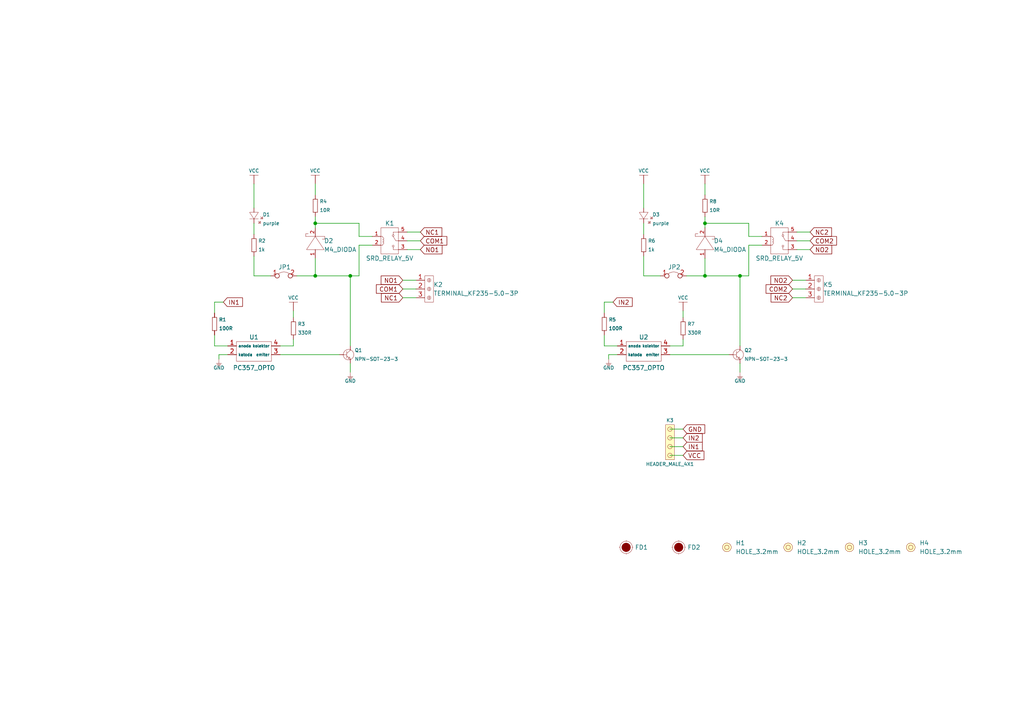
<source format=kicad_sch>
(kicad_sch (version 20210126) (generator eeschema)

  (paper "A4")

  (lib_symbols
    (symbol "e-radionica.com schematics:0402LED" (pin_numbers hide) (pin_names (offset 0.254) hide) (in_bom yes) (on_board yes)
      (property "Reference" "D" (id 0) (at -0.635 2.54 0)
        (effects (font (size 1 1)))
      )
      (property "Value" "0402LED" (id 1) (at 0 -2.54 0)
        (effects (font (size 1 1)))
      )
      (property "Footprint" "e-radionica.com footprinti:0402LED" (id 2) (at 0 5.08 0)
        (effects (font (size 1 1)) hide)
      )
      (property "Datasheet" "" (id 3) (at 0 0 0)
        (effects (font (size 1 1)) hide)
      )
      (property "Package" "0402" (id 4) (at 0 0 0)
        (effects (font (size 1.27 1.27)) hide)
      )
      (symbol "0402LED_0_1"
        (polyline
          (pts
            (xy -0.635 1.27)
            (xy -0.635 -1.27)
            (xy 1.27 0)
          )
          (stroke (width 0.0006)) (fill (type none))
        )
        (polyline
          (pts
            (xy -0.635 1.27)
            (xy 1.27 0)
          )
          (stroke (width 0.0006)) (fill (type none))
        )
        (polyline
          (pts
            (xy 1.27 1.27)
            (xy 1.27 -1.27)
          )
          (stroke (width 0.0006)) (fill (type none))
        )
        (polyline
          (pts
            (xy 0.635 1.905)
            (xy 1.27 2.54)
          )
          (stroke (width 0.0006)) (fill (type none))
        )
        (polyline
          (pts
            (xy 1.905 1.27)
            (xy 2.54 1.905)
          )
          (stroke (width 0.0006)) (fill (type none))
        )
        (polyline
          (pts
            (xy 2.54 1.905)
            (xy 1.905 1.905)
            (xy 2.54 1.27)
            (xy 2.54 1.905)
          )
          (stroke (width 0.0006)) (fill (type none))
        )
        (polyline
          (pts
            (xy 1.27 2.54)
            (xy 0.635 2.54)
            (xy 1.27 1.905)
            (xy 1.27 2.54)
          )
          (stroke (width 0.0006)) (fill (type none))
        )
      )
      (symbol "0402LED_1_1"
        (pin passive line (at -1.905 0 0) (length 1.27)
          (name "A" (effects (font (size 1.27 1.27))))
          (number "1" (effects (font (size 1.27 1.27))))
        )
        (pin passive line (at 2.54 0 180) (length 1.27)
          (name "K" (effects (font (size 1.27 1.27))))
          (number "2" (effects (font (size 1.27 1.27))))
        )
      )
    )
    (symbol "e-radionica.com schematics:0402R" (pin_numbers hide) (pin_names (offset 0.254)) (in_bom yes) (on_board yes)
      (property "Reference" "R" (id 0) (at -1.905 1.27 0)
        (effects (font (size 1 1)))
      )
      (property "Value" "0402R" (id 1) (at 0 -1.27 0)
        (effects (font (size 1 1)))
      )
      (property "Footprint" "e-radionica.com footprinti:0402R" (id 2) (at -2.54 1.905 0)
        (effects (font (size 1 1)) hide)
      )
      (property "Datasheet" "" (id 3) (at -2.54 1.905 0)
        (effects (font (size 1 1)) hide)
      )
      (symbol "0402R_0_1"
        (rectangle (start -1.905 0.635) (end -1.8796 -0.635)
          (stroke (width 0.1)) (fill (type none))
        )
        (rectangle (start -1.905 0.635) (end 1.905 0.6096)
          (stroke (width 0.1)) (fill (type none))
        )
        (rectangle (start -1.905 -0.635) (end 1.905 -0.6604)
          (stroke (width 0.1)) (fill (type none))
        )
        (rectangle (start 1.905 0.635) (end 1.9304 -0.635)
          (stroke (width 0.1)) (fill (type none))
        )
      )
      (symbol "0402R_1_1"
        (pin passive line (at -3.175 0 0) (length 1.27)
          (name "~" (effects (font (size 1.27 1.27))))
          (number "1" (effects (font (size 1.27 1.27))))
        )
        (pin passive line (at 3.175 0 180) (length 1.27)
          (name "~" (effects (font (size 1.27 1.27))))
          (number "2" (effects (font (size 1.27 1.27))))
        )
      )
    )
    (symbol "e-radionica.com schematics:0603R" (pin_numbers hide) (pin_names (offset 0.254)) (in_bom yes) (on_board yes)
      (property "Reference" "R" (id 0) (at -1.905 1.905 0)
        (effects (font (size 1 1)))
      )
      (property "Value" "0603R" (id 1) (at 0 -1.905 0)
        (effects (font (size 1 1)))
      )
      (property "Footprint" "e-radionica.com footprinti:0603R" (id 2) (at -0.635 1.905 0)
        (effects (font (size 1 1)) hide)
      )
      (property "Datasheet" "" (id 3) (at -0.635 1.905 0)
        (effects (font (size 1 1)) hide)
      )
      (symbol "0603R_0_1"
        (rectangle (start -1.905 0.635) (end -1.8796 -0.635)
          (stroke (width 0.1)) (fill (type none))
        )
        (rectangle (start -1.905 0.635) (end 1.905 0.6096)
          (stroke (width 0.1)) (fill (type none))
        )
        (rectangle (start -1.905 -0.635) (end 1.905 -0.6604)
          (stroke (width 0.1)) (fill (type none))
        )
        (rectangle (start 1.905 0.635) (end 1.9304 -0.635)
          (stroke (width 0.1)) (fill (type none))
        )
      )
      (symbol "0603R_1_1"
        (pin passive line (at -3.175 0 0) (length 1.27)
          (name "~" (effects (font (size 1.27 1.27))))
          (number "1" (effects (font (size 1.27 1.27))))
        )
        (pin passive line (at 3.175 0 180) (length 1.27)
          (name "~" (effects (font (size 1.27 1.27))))
          (number "2" (effects (font (size 1.27 1.27))))
        )
      )
    )
    (symbol "e-radionica.com schematics:Fiducial_Stencil" (pin_numbers hide) (pin_names hide) (in_bom yes) (on_board yes)
      (property "Reference" "FD?" (id 0) (at 0 3.048 0)
        (effects (font (size 1.27 1.27)))
      )
      (property "Value" "Fiducial_Stencil" (id 1) (at 0 -2.794 0)
        (effects (font (size 1.27 1.27)) hide)
      )
      (property "Footprint" "e-radionica.com footprinti:FIDUCIAL_1MM_PASTE" (id 2) (at 0 -6.35 0)
        (effects (font (size 1.27 1.27)) hide)
      )
      (property "Datasheet" "" (id 3) (at 0 0 0)
        (effects (font (size 1.27 1.27)) hide)
      )
      (symbol "Fiducial_Stencil_0_1"
        (circle (center 0 0) (radius 1.7961) (stroke (width 0.0006)) (fill (type none)))
        (circle (center 0 0) (radius 1.27) (stroke (width 0.001)) (fill (type outline)))
        (polyline
          (pts
            (xy 1.778 0)
            (xy 2.032 0)
          )
          (stroke (width 0.0006)) (fill (type none))
        )
        (polyline
          (pts
            (xy 0 1.778)
            (xy 0 2.032)
          )
          (stroke (width 0.0006)) (fill (type none))
        )
        (polyline
          (pts
            (xy -1.778 0)
            (xy -2.032 0)
          )
          (stroke (width 0.0006)) (fill (type none))
        )
        (polyline
          (pts
            (xy 0 -1.778)
            (xy 0 -2.032)
          )
          (stroke (width 0.0006)) (fill (type none))
        )
      )
    )
    (symbol "e-radionica.com schematics:GND" (power) (pin_names (offset 0)) (in_bom yes) (on_board yes)
      (property "Reference" "#PWR" (id 0) (at 4.445 0 0)
        (effects (font (size 1 1)) hide)
      )
      (property "Value" "GND" (id 1) (at 0 -2.921 0)
        (effects (font (size 1 1)))
      )
      (property "Footprint" "" (id 2) (at 4.445 3.81 0)
        (effects (font (size 1 1)) hide)
      )
      (property "Datasheet" "" (id 3) (at 4.445 3.81 0)
        (effects (font (size 1 1)) hide)
      )
      (property "ki_keywords" "power-flag" (id 4) (at 0 0 0)
        (effects (font (size 1.27 1.27)) hide)
      )
      (property "ki_description" "Power symbol creates a global label with name \"+3V3\"" (id 5) (at 0 0 0)
        (effects (font (size 1.27 1.27)) hide)
      )
      (symbol "GND_0_1"
        (polyline
          (pts
            (xy 0 0)
            (xy 0 -1.27)
          )
          (stroke (width 0.0006)) (fill (type none))
        )
        (polyline
          (pts
            (xy -0.762 -1.27)
            (xy 0.762 -1.27)
          )
          (stroke (width 0.0006)) (fill (type none))
        )
        (polyline
          (pts
            (xy -0.381 -1.778)
            (xy 0.381 -1.778)
          )
          (stroke (width 0.0006)) (fill (type none))
        )
        (polyline
          (pts
            (xy -0.127 -2.032)
            (xy 0.127 -2.032)
          )
          (stroke (width 0.0006)) (fill (type none))
        )
        (polyline
          (pts
            (xy -0.635 -1.524)
            (xy 0.635 -1.524)
          )
          (stroke (width 0.0006)) (fill (type none))
        )
      )
      (symbol "GND_1_1"
        (pin power_in line (at 0 0 270) (length 0) hide
          (name "GND" (effects (font (size 1.27 1.27))))
          (number "1" (effects (font (size 1.27 1.27))))
        )
      )
    )
    (symbol "e-radionica.com schematics:HEADER_MALE_4X1" (pin_numbers hide) (pin_names hide) (in_bom yes) (on_board yes)
      (property "Reference" "K" (id 0) (at -0.635 7.62 0)
        (effects (font (size 1 1)))
      )
      (property "Value" "HEADER_MALE_4X1" (id 1) (at 0 -5.08 0)
        (effects (font (size 1 1)))
      )
      (property "Footprint" "e-radionica.com footprinti:HEADER_MALE_4X1" (id 2) (at 0 -2.54 0)
        (effects (font (size 1 1)) hide)
      )
      (property "Datasheet" "" (id 3) (at 0 -2.54 0)
        (effects (font (size 1 1)) hide)
      )
      (symbol "HEADER_MALE_4X1_0_1"
        (circle (center 0 -2.54) (radius 0.635) (stroke (width 0.0006)) (fill (type none)))
        (circle (center 0 0) (radius 0.635) (stroke (width 0.0006)) (fill (type none)))
        (circle (center 0 2.54) (radius 0.635) (stroke (width 0.0006)) (fill (type none)))
        (circle (center 0 5.08) (radius 0.635) (stroke (width 0.0006)) (fill (type none)))
        (rectangle (start 1.27 -3.81) (end -1.27 6.35)
          (stroke (width 0.001)) (fill (type background))
        )
      )
      (symbol "HEADER_MALE_4X1_1_1"
        (pin passive line (at 0 -2.54 180) (length 0)
          (name "~" (effects (font (size 1 1))))
          (number "1" (effects (font (size 1 1))))
        )
        (pin passive line (at 0 0 180) (length 0)
          (name "~" (effects (font (size 1 1))))
          (number "2" (effects (font (size 1 1))))
        )
        (pin passive line (at 0 2.54 180) (length 0)
          (name "~" (effects (font (size 1 1))))
          (number "3" (effects (font (size 1 1))))
        )
        (pin passive line (at 0 5.08 180) (length 0)
          (name "~" (effects (font (size 1 1))))
          (number "4" (effects (font (size 1 1))))
        )
      )
    )
    (symbol "e-radionica.com schematics:HOLE_3.2mm" (pin_numbers hide) (pin_names hide) (in_bom yes) (on_board yes)
      (property "Reference" "H" (id 0) (at 0 2.54 0)
        (effects (font (size 1.27 1.27)))
      )
      (property "Value" "HOLE_3.2mm" (id 1) (at 0 -2.54 0)
        (effects (font (size 1.27 1.27)))
      )
      (property "Footprint" "e-radionica.com footprinti:HOLE_3.2mm" (id 2) (at 0 0 0)
        (effects (font (size 1.27 1.27)) hide)
      )
      (property "Datasheet" "" (id 3) (at 0 0 0)
        (effects (font (size 1.27 1.27)) hide)
      )
      (symbol "HOLE_3.2mm_0_1"
        (circle (center 0 0) (radius 1.27) (stroke (width 0.001)) (fill (type background)))
        (circle (center 0 0) (radius 0.635) (stroke (width 0.0006)) (fill (type none)))
      )
    )
    (symbol "e-radionica.com schematics:M4_DIODA" (pin_names hide) (in_bom yes) (on_board yes)
      (property "Reference" "D" (id 0) (at 0 3.81 0)
        (effects (font (size 1.27 1.27)))
      )
      (property "Value" "M4_DIODA" (id 1) (at 0 -4.572 0)
        (effects (font (size 1.27 1.27)))
      )
      (property "Footprint" "e-radionica.com footprinti:M4_DIODA" (id 2) (at 0 -6.35 0)
        (effects (font (size 1.27 1.27)) hide)
      )
      (property "Datasheet" "" (id 3) (at 0 0 0)
        (effects (font (size 1.27 1.27)) hide)
      )
      (symbol "M4_DIODA_0_1"
        (polyline
          (pts
            (xy -2.54 2.54)
            (xy -2.54 -2.54)
            (xy 1.27 0)
            (xy -2.54 2.54)
          )
          (stroke (width 0.0006)) (fill (type none))
        )
        (polyline
          (pts
            (xy 1.27 2.794)
            (xy 1.27 -2.794)
            (xy 0.508 -2.794)
            (xy 0.508 -2.032)
          )
          (stroke (width 0.0006)) (fill (type none))
        )
        (polyline
          (pts
            (xy 1.27 2.794)
            (xy 2.032 2.794)
            (xy 2.032 2.032)
            (xy 2.032 2.54)
          )
          (stroke (width 0.0006)) (fill (type none))
        )
      )
      (symbol "M4_DIODA_1_1"
        (pin passive line (at -5.08 0 0) (length 2.54)
          (name "A" (effects (font (size 1 1))))
          (number "1" (effects (font (size 1 1))))
        )
        (pin passive line (at 3.81 0 180) (length 2.54)
          (name "K" (effects (font (size 1 1))))
          (number "2" (effects (font (size 1 1))))
        )
      )
    )
    (symbol "e-radionica.com schematics:NPN-SOT-23-3" (pin_numbers hide) (pin_names hide) (in_bom yes) (on_board yes)
      (property "Reference" "Q" (id 0) (at -2.286 2.921 0)
        (effects (font (size 1 1)))
      )
      (property "Value" "NPN-SOT-23-3" (id 1) (at 0 -3.81 0)
        (effects (font (size 1 1)))
      )
      (property "Footprint" "e-radionica.com footprinti:SOT-23-3" (id 2) (at 0 0 0)
        (effects (font (size 1 1)) hide)
      )
      (property "Datasheet" "" (id 3) (at 0 0 0)
        (effects (font (size 1 1)) hide)
      )
      (symbol "NPN-SOT-23-3_0_1"
        (circle (center -0.508 0) (radius 1.524) (stroke (width 0.0006)) (fill (type none)))
        (polyline
          (pts
            (xy -1.016 1.016)
            (xy -1.016 -1.016)
          )
          (stroke (width 0.0006)) (fill (type none))
        )
        (polyline
          (pts
            (xy -1.016 0.381)
            (xy 0 1.27)
          )
          (stroke (width 0.0006)) (fill (type none))
        )
        (polyline
          (pts
            (xy -1.016 -0.381)
            (xy -0.4064 -0.9144)
          )
          (stroke (width 0.1)) (fill (type none))
        )
        (polyline
          (pts
            (xy -2.032 0)
            (xy -1.016 0)
          )
          (stroke (width 0.0006)) (fill (type none))
        )
        (polyline
          (pts
            (xy -0.6096 -1.1684)
            (xy -0.2032 -0.6604)
            (xy 0 -1.27)
            (xy -0.6096 -1.1684)
          )
          (stroke (width 0.0006)) (fill (type none))
        )
      )
      (symbol "NPN-SOT-23-3_1_1"
        (pin passive line (at -3.175 0 0) (length 1.27)
          (name "B" (effects (font (size 1 1))))
          (number "1" (effects (font (size 1 1))))
        )
        (pin passive line (at 0 -2.54 90) (length 1.27)
          (name "E" (effects (font (size 1 1))))
          (number "2" (effects (font (size 1 1))))
        )
        (pin passive line (at 0 2.54 270) (length 1.27)
          (name "C" (effects (font (size 1 1))))
          (number "3" (effects (font (size 1 1))))
        )
      )
    )
    (symbol "e-radionica.com schematics:PC357_OPTO" (in_bom yes) (on_board yes)
      (property "Reference" "U" (id 0) (at 0 5.08 0)
        (effects (font (size 1.27 1.27)))
      )
      (property "Value" "PC357_OPTO" (id 1) (at 0 -5.08 0)
        (effects (font (size 1.27 1.27)))
      )
      (property "Footprint" "e-radionica.com footprinti:PC357_OPTO" (id 2) (at 0 0 0)
        (effects (font (size 1.27 1.27)) hide)
      )
      (property "Datasheet" "" (id 3) (at 0 0 0)
        (effects (font (size 1.27 1.27)) hide)
      )
      (symbol "PC357_OPTO_0_1"
        (rectangle (start -5.08 2.54) (end 5.08 -3.175)
          (stroke (width 0.0006)) (fill (type none))
        )
      )
      (symbol "PC357_OPTO_1_1"
        (pin passive line (at -7.62 1.27 0) (length 2.54)
          (name "anoda" (effects (font (size 0.8 0.8))))
          (number "1" (effects (font (size 1.27 1.27))))
        )
        (pin passive line (at -7.62 -1.27 0) (length 2.54)
          (name "katoda" (effects (font (size 0.8 0.8))))
          (number "2" (effects (font (size 1.27 1.27))))
        )
        (pin passive line (at 7.62 1.27 180) (length 2.54)
          (name "kolektor" (effects (font (size 0.8 0.8))))
          (number "4" (effects (font (size 1.27 1.27))))
        )
        (pin passive line (at 7.62 -1.27 180) (length 2.54)
          (name "emiter" (effects (font (size 0.8 0.8))))
          (number "3" (effects (font (size 1.27 1.27))))
        )
      )
    )
    (symbol "e-radionica.com schematics:SMD-JUMPER-CONNECTED_TRACE_NOSLODERMASK" (in_bom yes) (on_board yes)
      (property "Reference" "JP" (id 0) (at 0 3.556 0)
        (effects (font (size 1.27 1.27)))
      )
      (property "Value" "SMD-JUMPER-CONNECTED_TRACE_NOSLODERMASK" (id 1) (at 0 -2.54 0)
        (effects (font (size 1.27 1.27)))
      )
      (property "Footprint" "e-radionica.com footprinti:SMD-JUMPER-CONNECTED_TRACE_NOSLODERMASK" (id 2) (at 0 0 0)
        (effects (font (size 1.27 1.27)) hide)
      )
      (property "Datasheet" "" (id 3) (at 0 0 0)
        (effects (font (size 1.27 1.27)) hide)
      )
      (symbol "SMD-JUMPER-CONNECTED_TRACE_NOSLODERMASK_0_1"
        (arc (start -1.8034 0.5588) (end 1.397 0.5842) (radius (at -0.1875 -1.4124) (length 2.5489) (angles 129.3 51.6))
          (stroke (width 0.0006)) (fill (type none))
        )
      )
      (symbol "SMD-JUMPER-CONNECTED_TRACE_NOSLODERMASK_1_1"
        (pin passive inverted (at -4.064 0 0) (length 2.54)
          (name "" (effects (font (size 1.27 1.27))))
          (number "1" (effects (font (size 1.27 1.27))))
        )
        (pin passive inverted (at 3.556 0 180) (length 2.54)
          (name "" (effects (font (size 1.27 1.27))))
          (number "2" (effects (font (size 1.27 1.27))))
        )
      )
    )
    (symbol "e-radionica.com schematics:SRD_RELAY_5V" (in_bom yes) (on_board yes)
      (property "Reference" "K" (id 0) (at 0 3.81 0)
        (effects (font (size 1.27 1.27)))
      )
      (property "Value" "SRD_RELAY_5V" (id 1) (at 0 -6.35 0)
        (effects (font (size 1.27 1.27)))
      )
      (property "Footprint" "e-radionica.com footprinti:SRD_RELAY_5V" (id 2) (at 1.27 -8.89 0)
        (effects (font (size 1.27 1.27)) hide)
      )
      (property "Datasheet" "" (id 3) (at 0 0 0)
        (effects (font (size 1.27 1.27)) hide)
      )
      (symbol "SRD_RELAY_5V_0_1"
        (arc (start -1.9929 0.3175) (end -1.9929 0.9525) (radius (at -2.032 0.635) (length 0.3199) (angles -83 83))
          (stroke (width 0.0006)) (fill (type none))
        )
        (arc (start -1.9929 -0.3175) (end -1.9929 0.3175) (radius (at -2.032 0) (length 0.3199) (angles -83 83))
          (stroke (width 0.0006)) (fill (type none))
        )
        (arc (start -1.9929 -0.9525) (end -1.9929 -0.3175) (radius (at -2.032 -0.635) (length 0.3199) (angles -83 83))
          (stroke (width 0.0006)) (fill (type none))
        )
        (circle (center 1.016 -1.524) (radius 0.254) (stroke (width 0.0008)) (fill (type none)))
        (circle (center 1.016 1.524) (radius 0.254) (stroke (width 0.0006)) (fill (type none)))
        (rectangle (start 2.54 3.81) (end -2.54 -3.81)
          (stroke (width 0.0006)) (fill (type none))
        )
        (polyline
          (pts
            (xy 2.54 -2.54)
            (xy 2.032 -2.54)
            (xy 1.016 -2.54)
            (xy 1.016 -1.778)
          )
          (stroke (width 0.0006)) (fill (type none))
        )
        (polyline
          (pts
            (xy 2.54 2.54)
            (xy 1.016 2.54)
            (xy 1.016 1.778)
          )
          (stroke (width 0.0006)) (fill (type none))
        )
        (polyline
          (pts
            (xy 2.54 0)
            (xy 1.778 0)
            (xy 1.016 1.27)
          )
          (stroke (width 0.0006)) (fill (type none))
        )
        (polyline
          (pts
            (xy -2.54 1.27)
            (xy -2.032 1.27)
            (xy -2.032 1.016)
          )
          (stroke (width 0.0006)) (fill (type none))
        )
        (polyline
          (pts
            (xy -2.54 -1.27)
            (xy -2.032 -1.27)
            (xy -2.032 -1.016)
          )
          (stroke (width 0.0006)) (fill (type none))
        )
      )
      (symbol "SRD_RELAY_5V_1_1"
        (pin passive line (at -5.08 1.27 0) (length 2.54)
          (name "" (effects (font (size 1 1))))
          (number "1" (effects (font (size 1 1))))
        )
        (pin passive line (at -5.08 -1.27 0) (length 2.54)
          (name "" (effects (font (size 1 1))))
          (number "2" (effects (font (size 1 1))))
        )
        (pin passive line (at 5.08 0 180) (length 2.54)
          (name "" (effects (font (size 1 1))))
          (number "4" (effects (font (size 1 1))))
        )
        (pin passive line (at 5.08 2.54 180) (length 2.54)
          (name "" (effects (font (size 1 1))))
          (number "5" (effects (font (size 1 1))))
        )
        (pin passive line (at 5.08 -2.54 180) (length 2.54)
          (name "" (effects (font (size 1 1))))
          (number "3" (effects (font (size 1 1))))
        )
      )
    )
    (symbol "e-radionica.com schematics:TERMINAL_KF235-5.0-3P" (in_bom yes) (on_board yes)
      (property "Reference" "K" (id 0) (at 0 5.08 0)
        (effects (font (size 1.27 1.27)))
      )
      (property "Value" "TERMINAL_KF235-5.0-3P" (id 1) (at 0 -5.08 0)
        (effects (font (size 1.27 1.27)))
      )
      (property "Footprint" "e-radionica.com footprinti:TERMINAL_KF235-5.0-3P" (id 2) (at 0 -7.62 0)
        (effects (font (size 1.27 1.27)) hide)
      )
      (property "Datasheet" "" (id 3) (at 0 0 0)
        (effects (font (size 1.27 1.27)) hide)
      )
      (symbol "TERMINAL_KF235-5.0-3P_0_1"
        (circle (center 0 2.54) (radius 0.508) (stroke (width 0.0006)) (fill (type none)))
        (circle (center 0 0) (radius 0.508) (stroke (width 0.0006)) (fill (type none)))
        (circle (center 0 -2.54) (radius 0.508) (stroke (width 0.0006)) (fill (type none)))
        (rectangle (start -1.27 3.81) (end 1.27 -3.81)
          (stroke (width 0.0006)) (fill (type none))
        )
        (polyline
          (pts
            (xy 0 0.508)
            (xy 0 -0.508)
          )
          (stroke (width 0.0006)) (fill (type none))
        )
        (polyline
          (pts
            (xy -0.254 0)
            (xy 0.254 0)
          )
          (stroke (width 0.0006)) (fill (type none))
        )
        (polyline
          (pts
            (xy 0 3.048)
            (xy 0 2.032)
          )
          (stroke (width 0.0006)) (fill (type none))
        )
        (polyline
          (pts
            (xy -0.254 2.54)
            (xy 0.254 2.54)
          )
          (stroke (width 0.0006)) (fill (type none))
        )
        (polyline
          (pts
            (xy 0 -2.032)
            (xy 0 -3.048)
          )
          (stroke (width 0.0006)) (fill (type none))
        )
        (polyline
          (pts
            (xy -0.254 -2.54)
            (xy 0.254 -2.54)
          )
          (stroke (width 0.0006)) (fill (type none))
        )
      )
      (symbol "TERMINAL_KF235-5.0-3P_1_1"
        (pin input line (at -3.81 2.54 0) (length 2.54)
          (name "~" (effects (font (size 1.27 1.27))))
          (number "1" (effects (font (size 1.27 1.27))))
        )
        (pin input line (at -3.81 0 0) (length 2.54)
          (name "~" (effects (font (size 1.27 1.27))))
          (number "2" (effects (font (size 1.27 1.27))))
        )
        (pin input line (at -3.81 -2.54 0) (length 2.54)
          (name "~" (effects (font (size 1.27 1.27))))
          (number "3" (effects (font (size 1.27 1.27))))
        )
      )
    )
    (symbol "e-radionica.com schematics:VCC" (power) (pin_names (offset 0)) (in_bom yes) (on_board yes)
      (property "Reference" "#PWR" (id 0) (at 4.445 0 0)
        (effects (font (size 1 1)) hide)
      )
      (property "Value" "VCC" (id 1) (at 0 3.556 0)
        (effects (font (size 1 1)))
      )
      (property "Footprint" "" (id 2) (at 4.445 3.81 0)
        (effects (font (size 1 1)) hide)
      )
      (property "Datasheet" "" (id 3) (at 4.445 3.81 0)
        (effects (font (size 1 1)) hide)
      )
      (property "ki_keywords" "power-flag" (id 4) (at 0 0 0)
        (effects (font (size 1.27 1.27)) hide)
      )
      (property "ki_description" "Power symbol creates a global label with name \"+3V3\"" (id 5) (at 0 0 0)
        (effects (font (size 1.27 1.27)) hide)
      )
      (symbol "VCC_0_1"
        (polyline
          (pts
            (xy 0 0)
            (xy 0 2.54)
          )
          (stroke (width 0)) (fill (type none))
        )
        (polyline
          (pts
            (xy -1.27 2.54)
            (xy 1.27 2.54)
          )
          (stroke (width 0.0006)) (fill (type none))
        )
      )
      (symbol "VCC_1_1"
        (pin power_in line (at 0 0 90) (length 0) hide
          (name "VCC" (effects (font (size 1.27 1.27))))
          (number "1" (effects (font (size 1.27 1.27))))
        )
      )
    )
  )

  (junction (at 91.44 64.77) (diameter 0.9144) (color 0 0 0 0))
  (junction (at 91.44 80.01) (diameter 0.9144) (color 0 0 0 0))
  (junction (at 101.6 80.01) (diameter 0.9144) (color 0 0 0 0))
  (junction (at 204.47 64.77) (diameter 0.9144) (color 0 0 0 0))
  (junction (at 204.47 80.01) (diameter 0.9144) (color 0 0 0 0))
  (junction (at 214.63 80.01) (diameter 0.9144) (color 0 0 0 0))

  (wire (pts (xy 62.23 87.63) (xy 64.77 87.63))
    (stroke (width 0) (type solid) (color 0 0 0 0))
    (uuid 0f66403e-1d6b-4bc5-ad6b-a71917989f23)
  )
  (wire (pts (xy 62.23 90.805) (xy 62.23 87.63))
    (stroke (width 0) (type solid) (color 0 0 0 0))
    (uuid d362de45-19d2-4871-bda4-7f3542f9fce4)
  )
  (wire (pts (xy 62.23 100.33) (xy 62.23 97.155))
    (stroke (width 0) (type solid) (color 0 0 0 0))
    (uuid 3b962d67-ac79-4f68-8af2-c667408dfc8e)
  )
  (wire (pts (xy 63.5 102.87) (xy 63.5 104.14))
    (stroke (width 0) (type solid) (color 0 0 0 0))
    (uuid e397e143-88bc-4b7d-9487-d8d22fd7b8ed)
  )
  (wire (pts (xy 66.04 100.33) (xy 62.23 100.33))
    (stroke (width 0) (type solid) (color 0 0 0 0))
    (uuid c6c16927-bf5d-4379-b800-47cadbb04a23)
  )
  (wire (pts (xy 66.04 102.87) (xy 63.5 102.87))
    (stroke (width 0) (type solid) (color 0 0 0 0))
    (uuid df74ae7f-dd9d-4f34-a5fa-5b8059e70e3b)
  )
  (wire (pts (xy 73.66 53.34) (xy 73.66 60.325))
    (stroke (width 0) (type solid) (color 0 0 0 0))
    (uuid 8d68f32f-295e-46dc-814d-8add70d83751)
  )
  (wire (pts (xy 73.66 64.77) (xy 73.66 67.945))
    (stroke (width 0) (type solid) (color 0 0 0 0))
    (uuid 71736f0a-5a19-4c7c-8b05-9fa1461cf427)
  )
  (wire (pts (xy 73.66 74.295) (xy 73.66 80.01))
    (stroke (width 0) (type solid) (color 0 0 0 0))
    (uuid 37211ef6-a7ab-408b-b61f-aa0138c6c845)
  )
  (wire (pts (xy 73.66 80.01) (xy 78.486 80.01))
    (stroke (width 0) (type solid) (color 0 0 0 0))
    (uuid 1fffdbd6-ae32-4ec9-8539-6bf31ef22e29)
  )
  (wire (pts (xy 81.28 100.33) (xy 85.09 100.33))
    (stroke (width 0) (type solid) (color 0 0 0 0))
    (uuid f5c3b314-67ba-4060-b036-01d8b3f3c5ec)
  )
  (wire (pts (xy 81.28 102.87) (xy 98.425 102.87))
    (stroke (width 0) (type solid) (color 0 0 0 0))
    (uuid c4788c71-0bba-4f57-8477-a94852dacf85)
  )
  (wire (pts (xy 85.09 90.17) (xy 85.09 92.075))
    (stroke (width 0) (type solid) (color 0 0 0 0))
    (uuid ee72972c-27d0-4d2b-a043-606f45011a93)
  )
  (wire (pts (xy 85.09 98.425) (xy 85.09 100.33))
    (stroke (width 0) (type solid) (color 0 0 0 0))
    (uuid 0d5bc87a-19c5-45be-b4cc-99cbaa6e6693)
  )
  (wire (pts (xy 86.106 80.01) (xy 91.44 80.01))
    (stroke (width 0) (type solid) (color 0 0 0 0))
    (uuid cb4a3336-b3a5-4ccc-b370-1edc0fef8813)
  )
  (wire (pts (xy 91.44 53.34) (xy 91.44 56.515))
    (stroke (width 0) (type solid) (color 0 0 0 0))
    (uuid e75582c3-23aa-41ee-92e9-c6bdc443d244)
  )
  (wire (pts (xy 91.44 62.865) (xy 91.44 64.77))
    (stroke (width 0) (type solid) (color 0 0 0 0))
    (uuid c726ede0-cf45-4e2f-8306-2b534ab4cca4)
  )
  (wire (pts (xy 91.44 64.77) (xy 91.44 66.04))
    (stroke (width 0) (type solid) (color 0 0 0 0))
    (uuid 4d71458b-543d-479f-b33c-c0253b1f738d)
  )
  (wire (pts (xy 91.44 64.77) (xy 104.14 64.77))
    (stroke (width 0) (type solid) (color 0 0 0 0))
    (uuid c0ac92e5-9daa-485a-a5f1-da57bb4c3bee)
  )
  (wire (pts (xy 91.44 80.01) (xy 91.44 74.93))
    (stroke (width 0) (type solid) (color 0 0 0 0))
    (uuid dbfa3fa4-c08d-43cc-a646-b44a7843478f)
  )
  (wire (pts (xy 91.44 80.01) (xy 101.6 80.01))
    (stroke (width 0) (type solid) (color 0 0 0 0))
    (uuid 83955e43-4cd4-44ce-8025-310dd3b06ba2)
  )
  (wire (pts (xy 101.6 80.01) (xy 101.6 100.33))
    (stroke (width 0) (type solid) (color 0 0 0 0))
    (uuid e0bc567f-8a21-41d2-aae5-32c94ad18d27)
  )
  (wire (pts (xy 101.6 80.01) (xy 104.14 80.01))
    (stroke (width 0) (type solid) (color 0 0 0 0))
    (uuid 83955e43-4cd4-44ce-8025-310dd3b06ba2)
  )
  (wire (pts (xy 101.6 105.41) (xy 101.6 107.95))
    (stroke (width 0) (type solid) (color 0 0 0 0))
    (uuid 99501c4e-4300-4a63-9280-3d2e9b5f99cf)
  )
  (wire (pts (xy 104.14 68.58) (xy 104.14 64.77))
    (stroke (width 0) (type solid) (color 0 0 0 0))
    (uuid 8de0a7f4-68ab-4e94-b1df-2948818870ff)
  )
  (wire (pts (xy 104.14 71.12) (xy 104.14 80.01))
    (stroke (width 0) (type solid) (color 0 0 0 0))
    (uuid 959b2af1-a402-4ca0-b0b9-1d69b521fca3)
  )
  (wire (pts (xy 107.95 68.58) (xy 104.14 68.58))
    (stroke (width 0) (type solid) (color 0 0 0 0))
    (uuid af1aea0c-a975-4da7-88e2-0c43274184d8)
  )
  (wire (pts (xy 107.95 71.12) (xy 104.14 71.12))
    (stroke (width 0) (type solid) (color 0 0 0 0))
    (uuid ea6081b3-db25-4588-97c8-e25b225e3ea3)
  )
  (wire (pts (xy 116.84 81.28) (xy 120.65 81.28))
    (stroke (width 0) (type solid) (color 0 0 0 0))
    (uuid ef41b6f9-e10a-482f-9f23-e13aca56e1a6)
  )
  (wire (pts (xy 116.84 83.82) (xy 120.65 83.82))
    (stroke (width 0) (type solid) (color 0 0 0 0))
    (uuid 6e94dec9-c767-41a4-93a4-9b2b2c7b75fb)
  )
  (wire (pts (xy 116.84 86.36) (xy 120.65 86.36))
    (stroke (width 0) (type solid) (color 0 0 0 0))
    (uuid d244d106-aad0-48cb-b84f-a82fa426ad20)
  )
  (wire (pts (xy 118.11 67.31) (xy 121.92 67.31))
    (stroke (width 0) (type solid) (color 0 0 0 0))
    (uuid 1c9d3520-e5b3-4be4-9756-f1e27a479352)
  )
  (wire (pts (xy 118.11 69.85) (xy 121.92 69.85))
    (stroke (width 0) (type solid) (color 0 0 0 0))
    (uuid 4a3e0ce8-759b-430a-a3ab-e95da511c501)
  )
  (wire (pts (xy 118.11 72.39) (xy 121.92 72.39))
    (stroke (width 0) (type solid) (color 0 0 0 0))
    (uuid dbf001b6-92c0-4a2d-ab32-5b5757f40322)
  )
  (wire (pts (xy 175.26 87.63) (xy 177.8 87.63))
    (stroke (width 0) (type solid) (color 0 0 0 0))
    (uuid 81edd4b2-0252-4fd8-a964-b896b5563955)
  )
  (wire (pts (xy 175.26 90.805) (xy 175.26 87.63))
    (stroke (width 0) (type solid) (color 0 0 0 0))
    (uuid 8a758e63-3e6e-441f-ba13-06841744ebe0)
  )
  (wire (pts (xy 175.26 100.33) (xy 175.26 97.155))
    (stroke (width 0) (type solid) (color 0 0 0 0))
    (uuid 83c77734-9dfd-40ff-94da-0094adc2c73f)
  )
  (wire (pts (xy 176.53 102.87) (xy 176.53 104.14))
    (stroke (width 0) (type solid) (color 0 0 0 0))
    (uuid 65fe7c82-3089-448a-878d-1450bd1acb0c)
  )
  (wire (pts (xy 179.07 100.33) (xy 175.26 100.33))
    (stroke (width 0) (type solid) (color 0 0 0 0))
    (uuid 0edf5526-fcf8-45bc-9386-40534a8f1d34)
  )
  (wire (pts (xy 179.07 102.87) (xy 176.53 102.87))
    (stroke (width 0) (type solid) (color 0 0 0 0))
    (uuid dab8466c-74fa-44fc-b9de-12a90a95d2da)
  )
  (wire (pts (xy 186.69 53.34) (xy 186.69 60.325))
    (stroke (width 0) (type solid) (color 0 0 0 0))
    (uuid ef01a5f0-d353-4a2a-a331-0692739bd56f)
  )
  (wire (pts (xy 186.69 64.77) (xy 186.69 67.945))
    (stroke (width 0) (type solid) (color 0 0 0 0))
    (uuid 61fb73c3-b882-4a80-a400-8a6f8f60cf23)
  )
  (wire (pts (xy 186.69 74.295) (xy 186.69 80.01))
    (stroke (width 0) (type solid) (color 0 0 0 0))
    (uuid c5581985-62bf-4e78-8f84-46ad9b669749)
  )
  (wire (pts (xy 186.69 80.01) (xy 191.516 80.01))
    (stroke (width 0) (type solid) (color 0 0 0 0))
    (uuid e6b5b3ae-ec05-4b7f-97dc-cccd02ff56be)
  )
  (wire (pts (xy 194.31 100.33) (xy 198.12 100.33))
    (stroke (width 0) (type solid) (color 0 0 0 0))
    (uuid 6889d15e-e01e-4e1b-ab01-d460ea0f1b44)
  )
  (wire (pts (xy 194.31 102.87) (xy 211.455 102.87))
    (stroke (width 0) (type solid) (color 0 0 0 0))
    (uuid c68efa8e-f21e-4e30-9f40-eaa16639225c)
  )
  (wire (pts (xy 194.31 124.46) (xy 198.12 124.46))
    (stroke (width 0) (type solid) (color 0 0 0 0))
    (uuid d569b059-16c1-486a-9f13-d949348dfbb4)
  )
  (wire (pts (xy 194.31 127) (xy 198.12 127))
    (stroke (width 0) (type solid) (color 0 0 0 0))
    (uuid 8f4d9dea-3a9b-4839-a694-bf1ef3835533)
  )
  (wire (pts (xy 194.31 129.54) (xy 198.12 129.54))
    (stroke (width 0) (type solid) (color 0 0 0 0))
    (uuid 6966cafd-7bfe-49fd-91a3-7acc86eb6f72)
  )
  (wire (pts (xy 194.31 132.08) (xy 198.12 132.08))
    (stroke (width 0) (type solid) (color 0 0 0 0))
    (uuid 2520e388-7854-441d-a5c9-cc2fb916b661)
  )
  (wire (pts (xy 198.12 90.17) (xy 198.12 92.075))
    (stroke (width 0) (type solid) (color 0 0 0 0))
    (uuid 81705140-dc27-44fc-a995-7d1cc204ea35)
  )
  (wire (pts (xy 198.12 98.425) (xy 198.12 100.33))
    (stroke (width 0) (type solid) (color 0 0 0 0))
    (uuid b5685ea5-3a3b-46af-a99e-49ca63c9ea4b)
  )
  (wire (pts (xy 199.136 80.01) (xy 204.47 80.01))
    (stroke (width 0) (type solid) (color 0 0 0 0))
    (uuid f050b3e1-7bad-4d64-95e4-af471226d607)
  )
  (wire (pts (xy 204.47 53.34) (xy 204.47 56.515))
    (stroke (width 0) (type solid) (color 0 0 0 0))
    (uuid a53b022c-2501-40f4-9515-9b6f293236db)
  )
  (wire (pts (xy 204.47 62.865) (xy 204.47 64.77))
    (stroke (width 0) (type solid) (color 0 0 0 0))
    (uuid a8e4dec2-9223-43b9-b5ca-135ee95a67bd)
  )
  (wire (pts (xy 204.47 64.77) (xy 204.47 66.04))
    (stroke (width 0) (type solid) (color 0 0 0 0))
    (uuid a6c7f3a9-cac3-4eb1-9ca6-6780c44a61cc)
  )
  (wire (pts (xy 204.47 64.77) (xy 217.17 64.77))
    (stroke (width 0) (type solid) (color 0 0 0 0))
    (uuid bc891128-83b7-4052-adf5-ba1f1d38f290)
  )
  (wire (pts (xy 204.47 80.01) (xy 204.47 74.93))
    (stroke (width 0) (type solid) (color 0 0 0 0))
    (uuid 05a9534a-32c5-4dc9-b1b4-51f59d554efc)
  )
  (wire (pts (xy 204.47 80.01) (xy 214.63 80.01))
    (stroke (width 0) (type solid) (color 0 0 0 0))
    (uuid f4dbab0a-7bea-4dd2-8198-68f1289e9be5)
  )
  (wire (pts (xy 214.63 80.01) (xy 214.63 100.33))
    (stroke (width 0) (type solid) (color 0 0 0 0))
    (uuid 28bf0e5f-6512-4d61-ae43-f10c2958a069)
  )
  (wire (pts (xy 214.63 80.01) (xy 217.17 80.01))
    (stroke (width 0) (type solid) (color 0 0 0 0))
    (uuid 829ce2be-431b-4e31-9742-1750f65c0d81)
  )
  (wire (pts (xy 214.63 105.41) (xy 214.63 107.95))
    (stroke (width 0) (type solid) (color 0 0 0 0))
    (uuid fb4bb7bf-032c-49ff-833b-f802a704ead3)
  )
  (wire (pts (xy 217.17 68.58) (xy 217.17 64.77))
    (stroke (width 0) (type solid) (color 0 0 0 0))
    (uuid c918c459-fe80-4673-b606-3d48e26f3cb1)
  )
  (wire (pts (xy 217.17 71.12) (xy 217.17 80.01))
    (stroke (width 0) (type solid) (color 0 0 0 0))
    (uuid de2d736a-2b7e-4917-a14c-8cf557b112cf)
  )
  (wire (pts (xy 220.98 68.58) (xy 217.17 68.58))
    (stroke (width 0) (type solid) (color 0 0 0 0))
    (uuid 390e8798-a251-43fa-8ece-b5c60acbaa3d)
  )
  (wire (pts (xy 220.98 71.12) (xy 217.17 71.12))
    (stroke (width 0) (type solid) (color 0 0 0 0))
    (uuid 7b152723-4c7d-4244-beb0-1b065ee0f663)
  )
  (wire (pts (xy 229.87 81.28) (xy 233.68 81.28))
    (stroke (width 0) (type solid) (color 0 0 0 0))
    (uuid 16f140c7-b79f-4f3f-a8db-c43857a19f93)
  )
  (wire (pts (xy 229.87 83.82) (xy 233.68 83.82))
    (stroke (width 0) (type solid) (color 0 0 0 0))
    (uuid ba703055-f489-47a8-b1cf-97fdf8ef1cef)
  )
  (wire (pts (xy 229.87 86.36) (xy 233.68 86.36))
    (stroke (width 0) (type solid) (color 0 0 0 0))
    (uuid 55f2a5f0-99a5-4c4a-ab4d-81655d461e4e)
  )
  (wire (pts (xy 231.14 67.31) (xy 234.95 67.31))
    (stroke (width 0) (type solid) (color 0 0 0 0))
    (uuid c8a67fed-9ae2-4361-8fe8-33fe118f23b2)
  )
  (wire (pts (xy 231.14 69.85) (xy 234.95 69.85))
    (stroke (width 0) (type solid) (color 0 0 0 0))
    (uuid d18d06fb-f844-4a02-88d5-5eb1f0dc57ad)
  )
  (wire (pts (xy 231.14 72.39) (xy 234.95 72.39))
    (stroke (width 0) (type solid) (color 0 0 0 0))
    (uuid e7770917-9e0f-4c37-970f-8b0889c3fbd9)
  )

  (global_label "IN1" (shape input) (at 64.77 87.63 0)
    (effects (font (size 1.27 1.27)) (justify left))
    (uuid ae14e546-69e8-4a47-a709-bc216de77cc1)
    (property "Intersheet References" "${INTERSHEET_REFS}" (id 0) (at 71.8519 87.5506 0)
      (effects (font (size 1.27 1.27)) (justify left) hide)
    )
  )
  (global_label "NO1" (shape input) (at 116.84 81.28 180)
    (effects (font (size 1.27 1.27)) (justify right))
    (uuid 673af454-fd11-4b67-bca7-0e66bca5c09e)
    (property "Intersheet References" "${INTERSHEET_REFS}" (id 0) (at 109.0324 81.2006 0)
      (effects (font (size 1.27 1.27)) (justify right) hide)
    )
  )
  (global_label "COM1" (shape input) (at 116.84 83.82 180)
    (effects (font (size 1.27 1.27)) (justify right))
    (uuid 9e8ee59e-3c23-4f02-929c-71489e6f5b47)
    (property "Intersheet References" "${INTERSHEET_REFS}" (id 0) (at 107.6415 83.7406 0)
      (effects (font (size 1.27 1.27)) (justify right) hide)
    )
  )
  (global_label "NC1" (shape input) (at 116.84 86.36 180)
    (effects (font (size 1.27 1.27)) (justify right))
    (uuid edb5ea3b-eff4-4097-ae1e-0dfec7030eab)
    (property "Intersheet References" "${INTERSHEET_REFS}" (id 0) (at 109.0929 86.2806 0)
      (effects (font (size 1.27 1.27)) (justify right) hide)
    )
  )
  (global_label "NC1" (shape input) (at 121.92 67.31 0)
    (effects (font (size 1.27 1.27)) (justify left))
    (uuid cbb86b18-4d61-4cf0-ba35-e4a11c0fefd0)
    (property "Intersheet References" "${INTERSHEET_REFS}" (id 0) (at 129.6671 67.2306 0)
      (effects (font (size 1.27 1.27)) (justify left) hide)
    )
  )
  (global_label "COM1" (shape input) (at 121.92 69.85 0)
    (effects (font (size 1.27 1.27)) (justify left))
    (uuid c3156515-7e6e-490a-876a-7e92cb3bf3b5)
    (property "Intersheet References" "${INTERSHEET_REFS}" (id 0) (at 131.1185 69.7706 0)
      (effects (font (size 1.27 1.27)) (justify left) hide)
    )
  )
  (global_label "NO1" (shape input) (at 121.92 72.39 0)
    (effects (font (size 1.27 1.27)) (justify left))
    (uuid 21dd4c47-2af1-4891-bfbe-774a2111ba36)
    (property "Intersheet References" "${INTERSHEET_REFS}" (id 0) (at 129.7276 72.3106 0)
      (effects (font (size 1.27 1.27)) (justify left) hide)
    )
  )
  (global_label "IN2" (shape input) (at 177.8 87.63 0)
    (effects (font (size 1.27 1.27)) (justify left))
    (uuid 60271ba2-16ed-492b-99b4-df1b11cd734a)
    (property "Intersheet References" "${INTERSHEET_REFS}" (id 0) (at 184.8819 87.5506 0)
      (effects (font (size 1.27 1.27)) (justify left) hide)
    )
  )
  (global_label "GND" (shape input) (at 198.12 124.46 0)
    (effects (font (size 1.27 1.27)) (justify left))
    (uuid d138b489-948e-4f39-9c96-e0223fe9e85e)
    (property "Intersheet References" "${INTERSHEET_REFS}" (id 0) (at 205.9276 124.3806 0)
      (effects (font (size 1.27 1.27)) (justify left) hide)
    )
  )
  (global_label "IN2" (shape input) (at 198.12 127 0)
    (effects (font (size 1.27 1.27)) (justify left))
    (uuid 532e3a0b-d1d0-4cf2-9201-e530f60e46d0)
    (property "Intersheet References" "${INTERSHEET_REFS}" (id 0) (at 205.2019 126.9206 0)
      (effects (font (size 1.27 1.27)) (justify left) hide)
    )
  )
  (global_label "IN1" (shape input) (at 198.12 129.54 0)
    (effects (font (size 1.27 1.27)) (justify left))
    (uuid 35fd0a6b-e324-4e90-838e-24726a242f54)
    (property "Intersheet References" "${INTERSHEET_REFS}" (id 0) (at 205.2019 129.4606 0)
      (effects (font (size 1.27 1.27)) (justify left) hide)
    )
  )
  (global_label "VCC" (shape input) (at 198.12 132.08 0)
    (effects (font (size 1.27 1.27)) (justify left))
    (uuid f159bf14-3400-4421-ae1b-67e795b65fa4)
    (property "Intersheet References" "${INTERSHEET_REFS}" (id 0) (at 205.6857 132.0006 0)
      (effects (font (size 1.27 1.27)) (justify left) hide)
    )
  )
  (global_label "NO2" (shape input) (at 229.87 81.28 180)
    (effects (font (size 1.27 1.27)) (justify right))
    (uuid 066702b4-12cb-493e-be03-cd16e0402189)
    (property "Intersheet References" "${INTERSHEET_REFS}" (id 0) (at 222.0624 81.2006 0)
      (effects (font (size 1.27 1.27)) (justify right) hide)
    )
  )
  (global_label "COM2" (shape input) (at 229.87 83.82 180)
    (effects (font (size 1.27 1.27)) (justify right))
    (uuid 19e80734-849a-48ea-9ace-4bdfc3e46d15)
    (property "Intersheet References" "${INTERSHEET_REFS}" (id 0) (at 220.6715 83.7406 0)
      (effects (font (size 1.27 1.27)) (justify right) hide)
    )
  )
  (global_label "NC2" (shape input) (at 229.87 86.36 180)
    (effects (font (size 1.27 1.27)) (justify right))
    (uuid fa9ca521-8166-4275-8024-95abd1477e78)
    (property "Intersheet References" "${INTERSHEET_REFS}" (id 0) (at 222.1229 86.2806 0)
      (effects (font (size 1.27 1.27)) (justify right) hide)
    )
  )
  (global_label "NC2" (shape input) (at 234.95 67.31 0)
    (effects (font (size 1.27 1.27)) (justify left))
    (uuid 4c28ecd3-1d18-44fa-ab27-d980341dd13b)
    (property "Intersheet References" "${INTERSHEET_REFS}" (id 0) (at 242.6971 67.2306 0)
      (effects (font (size 1.27 1.27)) (justify left) hide)
    )
  )
  (global_label "COM2" (shape input) (at 234.95 69.85 0)
    (effects (font (size 1.27 1.27)) (justify left))
    (uuid 73db4b1e-6592-43b6-a19f-0a40a0eafe9f)
    (property "Intersheet References" "${INTERSHEET_REFS}" (id 0) (at 244.1485 69.7706 0)
      (effects (font (size 1.27 1.27)) (justify left) hide)
    )
  )
  (global_label "NO2" (shape input) (at 234.95 72.39 0)
    (effects (font (size 1.27 1.27)) (justify left))
    (uuid c6d273e8-6ad2-49ad-ad4e-b08e89f194b4)
    (property "Intersheet References" "${INTERSHEET_REFS}" (id 0) (at 242.7576 72.3106 0)
      (effects (font (size 1.27 1.27)) (justify left) hide)
    )
  )

  (symbol (lib_id "e-radionica.com schematics:GND") (at 63.5 104.14 0) (unit 1)
    (in_bom yes) (on_board yes)
    (uuid 40d68a4d-5080-4fd0-89b2-abb25d5b3995)
    (property "Reference" "#PWR0110" (id 0) (at 67.945 104.14 0)
      (effects (font (size 1 1)) hide)
    )
    (property "Value" "GND" (id 1) (at 63.5 106.68 0)
      (effects (font (size 1 1)))
    )
    (property "Footprint" "" (id 2) (at 67.945 100.33 0)
      (effects (font (size 1 1)) hide)
    )
    (property "Datasheet" "" (id 3) (at 67.945 100.33 0)
      (effects (font (size 1 1)) hide)
    )
    (pin "1" (uuid 2a6b0601-cc03-4ad2-b1c8-f6efd66fea6d))
  )

  (symbol (lib_id "e-radionica.com schematics:GND") (at 101.6 107.95 0) (unit 1)
    (in_bom yes) (on_board yes)
    (uuid e260f795-d87e-4235-b856-6e55b9c8c0e8)
    (property "Reference" "#PWR0109" (id 0) (at 106.045 107.95 0)
      (effects (font (size 1 1)) hide)
    )
    (property "Value" "GND" (id 1) (at 101.6 110.49 0)
      (effects (font (size 1 1)))
    )
    (property "Footprint" "" (id 2) (at 106.045 104.14 0)
      (effects (font (size 1 1)) hide)
    )
    (property "Datasheet" "" (id 3) (at 106.045 104.14 0)
      (effects (font (size 1 1)) hide)
    )
    (pin "1" (uuid 2a6b0601-cc03-4ad2-b1c8-f6efd66fea6d))
  )

  (symbol (lib_id "e-radionica.com schematics:GND") (at 176.53 104.14 0) (unit 1)
    (in_bom yes) (on_board yes)
    (uuid 05cf6e64-0bf8-4319-9a49-d6c05fc8fe0e)
    (property "Reference" "#PWR0104" (id 0) (at 180.975 104.14 0)
      (effects (font (size 1 1)) hide)
    )
    (property "Value" "GND" (id 1) (at 176.53 106.68 0)
      (effects (font (size 1 1)))
    )
    (property "Footprint" "" (id 2) (at 180.975 100.33 0)
      (effects (font (size 1 1)) hide)
    )
    (property "Datasheet" "" (id 3) (at 180.975 100.33 0)
      (effects (font (size 1 1)) hide)
    )
    (pin "1" (uuid 2a6b0601-cc03-4ad2-b1c8-f6efd66fea6d))
  )

  (symbol (lib_id "e-radionica.com schematics:GND") (at 214.63 107.95 0) (unit 1)
    (in_bom yes) (on_board yes)
    (uuid 52f686af-10fb-4213-b08d-149290a35752)
    (property "Reference" "#PWR0107" (id 0) (at 219.075 107.95 0)
      (effects (font (size 1 1)) hide)
    )
    (property "Value" "GND" (id 1) (at 214.63 110.49 0)
      (effects (font (size 1 1)))
    )
    (property "Footprint" "" (id 2) (at 219.075 104.14 0)
      (effects (font (size 1 1)) hide)
    )
    (property "Datasheet" "" (id 3) (at 219.075 104.14 0)
      (effects (font (size 1 1)) hide)
    )
    (pin "1" (uuid 2a6b0601-cc03-4ad2-b1c8-f6efd66fea6d))
  )

  (symbol (lib_id "e-radionica.com schematics:HOLE_3.2mm") (at 210.82 158.75 0) (unit 1)
    (in_bom yes) (on_board yes)
    (uuid ea31a98b-2182-47b7-83fe-843ac1d5d084)
    (property "Reference" "H1" (id 0) (at 213.36 157.48 0)
      (effects (font (size 1.27 1.27)) (justify left))
    )
    (property "Value" "HOLE_3.2mm" (id 1) (at 213.36 160.02 0)
      (effects (font (size 1.27 1.27)) (justify left))
    )
    (property "Footprint" "e-radionica.com footprinti:HOLE_3.2mm" (id 2) (at 210.82 158.75 0)
      (effects (font (size 1.27 1.27)) hide)
    )
    (property "Datasheet" "" (id 3) (at 210.82 158.75 0)
      (effects (font (size 1.27 1.27)) hide)
    )
  )

  (symbol (lib_id "e-radionica.com schematics:HOLE_3.2mm") (at 228.6 158.75 0) (unit 1)
    (in_bom yes) (on_board yes)
    (uuid 3f477e85-bcab-4f21-9256-d211604c9a9d)
    (property "Reference" "H2" (id 0) (at 231.14 157.48 0)
      (effects (font (size 1.27 1.27)) (justify left))
    )
    (property "Value" "HOLE_3.2mm" (id 1) (at 231.14 160.02 0)
      (effects (font (size 1.27 1.27)) (justify left))
    )
    (property "Footprint" "e-radionica.com footprinti:HOLE_3.2mm" (id 2) (at 228.6 158.75 0)
      (effects (font (size 1.27 1.27)) hide)
    )
    (property "Datasheet" "" (id 3) (at 228.6 158.75 0)
      (effects (font (size 1.27 1.27)) hide)
    )
  )

  (symbol (lib_id "e-radionica.com schematics:HOLE_3.2mm") (at 246.38 158.75 0) (unit 1)
    (in_bom yes) (on_board yes)
    (uuid 626fba17-76ca-4d6c-a216-0b473eb7f4a5)
    (property "Reference" "H3" (id 0) (at 248.92 157.48 0)
      (effects (font (size 1.27 1.27)) (justify left))
    )
    (property "Value" "HOLE_3.2mm" (id 1) (at 248.92 160.02 0)
      (effects (font (size 1.27 1.27)) (justify left))
    )
    (property "Footprint" "e-radionica.com footprinti:HOLE_3.2mm" (id 2) (at 246.38 158.75 0)
      (effects (font (size 1.27 1.27)) hide)
    )
    (property "Datasheet" "" (id 3) (at 246.38 158.75 0)
      (effects (font (size 1.27 1.27)) hide)
    )
  )

  (symbol (lib_id "e-radionica.com schematics:HOLE_3.2mm") (at 264.16 158.75 0) (unit 1)
    (in_bom yes) (on_board yes)
    (uuid 169b35e4-3f4c-4b6c-b9ca-ac7528f02691)
    (property "Reference" "H4" (id 0) (at 266.7 157.48 0)
      (effects (font (size 1.27 1.27)) (justify left))
    )
    (property "Value" "HOLE_3.2mm" (id 1) (at 266.7 160.02 0)
      (effects (font (size 1.27 1.27)) (justify left))
    )
    (property "Footprint" "e-radionica.com footprinti:HOLE_3.2mm" (id 2) (at 264.16 158.75 0)
      (effects (font (size 1.27 1.27)) hide)
    )
    (property "Datasheet" "" (id 3) (at 264.16 158.75 0)
      (effects (font (size 1.27 1.27)) hide)
    )
  )

  (symbol (lib_id "e-radionica.com schematics:VCC") (at 73.66 53.34 0) (unit 1)
    (in_bom yes) (on_board yes)
    (uuid 4f57c6c1-11e9-4b96-bdfe-31aa3181b2b7)
    (property "Reference" "#PWR0105" (id 0) (at 78.105 53.34 0)
      (effects (font (size 1 1)) hide)
    )
    (property "Value" "VCC" (id 1) (at 73.66 49.53 0)
      (effects (font (size 1 1)))
    )
    (property "Footprint" "" (id 2) (at 78.105 49.53 0)
      (effects (font (size 1 1)) hide)
    )
    (property "Datasheet" "" (id 3) (at 78.105 49.53 0)
      (effects (font (size 1 1)) hide)
    )
    (pin "1" (uuid e571e0e3-e056-442c-960f-7cf58a241f47))
  )

  (symbol (lib_id "e-radionica.com schematics:VCC") (at 85.09 90.17 0) (unit 1)
    (in_bom yes) (on_board yes)
    (uuid a0ccad55-4df8-4fa2-a504-6df711b748d6)
    (property "Reference" "#PWR0108" (id 0) (at 89.535 90.17 0)
      (effects (font (size 1 1)) hide)
    )
    (property "Value" "VCC" (id 1) (at 85.09 86.36 0)
      (effects (font (size 1 1)))
    )
    (property "Footprint" "" (id 2) (at 89.535 86.36 0)
      (effects (font (size 1 1)) hide)
    )
    (property "Datasheet" "" (id 3) (at 89.535 86.36 0)
      (effects (font (size 1 1)) hide)
    )
    (pin "1" (uuid e571e0e3-e056-442c-960f-7cf58a241f47))
  )

  (symbol (lib_id "e-radionica.com schematics:VCC") (at 91.44 53.34 0) (unit 1)
    (in_bom yes) (on_board yes)
    (uuid 4e564442-ab7b-4489-ab58-62972f41cba4)
    (property "Reference" "#PWR0106" (id 0) (at 95.885 53.34 0)
      (effects (font (size 1 1)) hide)
    )
    (property "Value" "VCC" (id 1) (at 91.44 49.53 0)
      (effects (font (size 1 1)))
    )
    (property "Footprint" "" (id 2) (at 95.885 49.53 0)
      (effects (font (size 1 1)) hide)
    )
    (property "Datasheet" "" (id 3) (at 95.885 49.53 0)
      (effects (font (size 1 1)) hide)
    )
    (pin "1" (uuid e571e0e3-e056-442c-960f-7cf58a241f47))
  )

  (symbol (lib_id "e-radionica.com schematics:VCC") (at 186.69 53.34 0) (unit 1)
    (in_bom yes) (on_board yes)
    (uuid 8718c8e6-7b19-4bd5-971c-29b003c967c8)
    (property "Reference" "#PWR0103" (id 0) (at 191.135 53.34 0)
      (effects (font (size 1 1)) hide)
    )
    (property "Value" "VCC" (id 1) (at 186.69 49.53 0)
      (effects (font (size 1 1)))
    )
    (property "Footprint" "" (id 2) (at 191.135 49.53 0)
      (effects (font (size 1 1)) hide)
    )
    (property "Datasheet" "" (id 3) (at 191.135 49.53 0)
      (effects (font (size 1 1)) hide)
    )
    (pin "1" (uuid e571e0e3-e056-442c-960f-7cf58a241f47))
  )

  (symbol (lib_id "e-radionica.com schematics:VCC") (at 198.12 90.17 0) (unit 1)
    (in_bom yes) (on_board yes)
    (uuid bfcf3f83-6357-43bc-a5cb-31d13814ae12)
    (property "Reference" "#PWR0101" (id 0) (at 202.565 90.17 0)
      (effects (font (size 1 1)) hide)
    )
    (property "Value" "VCC" (id 1) (at 198.12 86.36 0)
      (effects (font (size 1 1)))
    )
    (property "Footprint" "" (id 2) (at 202.565 86.36 0)
      (effects (font (size 1 1)) hide)
    )
    (property "Datasheet" "" (id 3) (at 202.565 86.36 0)
      (effects (font (size 1 1)) hide)
    )
    (pin "1" (uuid e571e0e3-e056-442c-960f-7cf58a241f47))
  )

  (symbol (lib_id "e-radionica.com schematics:VCC") (at 204.47 53.34 0) (unit 1)
    (in_bom yes) (on_board yes)
    (uuid 4b84655f-c9fd-4548-be8f-f7d8d0c5f21c)
    (property "Reference" "#PWR0102" (id 0) (at 208.915 53.34 0)
      (effects (font (size 1 1)) hide)
    )
    (property "Value" "VCC" (id 1) (at 204.47 49.53 0)
      (effects (font (size 1 1)))
    )
    (property "Footprint" "" (id 2) (at 208.915 49.53 0)
      (effects (font (size 1 1)) hide)
    )
    (property "Datasheet" "" (id 3) (at 208.915 49.53 0)
      (effects (font (size 1 1)) hide)
    )
    (pin "1" (uuid e571e0e3-e056-442c-960f-7cf58a241f47))
  )

  (symbol (lib_id "e-radionica.com schematics:0603R") (at 62.23 93.98 90) (unit 1)
    (in_bom yes) (on_board yes)
    (uuid 8f427070-1306-44ff-a819-edf179c17493)
    (property "Reference" "R1" (id 0) (at 63.5 92.71 90)
      (effects (font (size 1 1)) (justify right))
    )
    (property "Value" "100R" (id 1) (at 63.5 95.25 90)
      (effects (font (size 1 1)) (justify right))
    )
    (property "Footprint" "e-radionica.com footprinti:0603R" (id 2) (at 60.325 94.615 0)
      (effects (font (size 1 1)) hide)
    )
    (property "Datasheet" "" (id 3) (at 60.325 94.615 0)
      (effects (font (size 1 1)) hide)
    )
    (pin "1" (uuid a8c5e7dc-86d0-4490-9304-3baefec916c3))
    (pin "2" (uuid 84ae3df0-d605-45dc-879f-2ff4029f2dd1))
  )

  (symbol (lib_id "e-radionica.com schematics:0402R") (at 73.66 71.12 90) (unit 1)
    (in_bom yes) (on_board yes)
    (uuid 6d398159-a95a-41a2-9907-e057c310cd50)
    (property "Reference" "R2" (id 0) (at 74.93 69.85 90)
      (effects (font (size 1 1)) (justify right))
    )
    (property "Value" "1k" (id 1) (at 74.93 72.39 90)
      (effects (font (size 1 1)) (justify right))
    )
    (property "Footprint" "e-radionica.com footprinti:0402R" (id 2) (at 71.755 73.66 0)
      (effects (font (size 1 1)) hide)
    )
    (property "Datasheet" "" (id 3) (at 71.755 73.66 0)
      (effects (font (size 1 1)) hide)
    )
    (pin "1" (uuid 09e26ab9-0f29-48b0-b869-9614232ee10c))
    (pin "2" (uuid 363e5fbb-e896-4811-9a44-d2cf4d95dc66))
  )

  (symbol (lib_id "e-radionica.com schematics:0603R") (at 85.09 95.25 90) (unit 1)
    (in_bom yes) (on_board yes)
    (uuid 45cdaf7a-4284-4cab-9f76-ff8316672589)
    (property "Reference" "R3" (id 0) (at 86.36 93.98 90)
      (effects (font (size 1 1)) (justify right))
    )
    (property "Value" "330R" (id 1) (at 86.36 96.52 90)
      (effects (font (size 1 1)) (justify right))
    )
    (property "Footprint" "e-radionica.com footprinti:0603R" (id 2) (at 83.185 95.885 0)
      (effects (font (size 1 1)) hide)
    )
    (property "Datasheet" "" (id 3) (at 83.185 95.885 0)
      (effects (font (size 1 1)) hide)
    )
    (pin "1" (uuid a8c5e7dc-86d0-4490-9304-3baefec916c3))
    (pin "2" (uuid 84ae3df0-d605-45dc-879f-2ff4029f2dd1))
  )

  (symbol (lib_id "e-radionica.com schematics:0603R") (at 91.44 59.69 90) (unit 1)
    (in_bom yes) (on_board yes)
    (uuid 7371738c-bf8a-4ba1-aa35-b7dab75f40f0)
    (property "Reference" "R4" (id 0) (at 92.71 58.42 90)
      (effects (font (size 1 1)) (justify right))
    )
    (property "Value" "10R" (id 1) (at 92.71 60.96 90)
      (effects (font (size 1 1)) (justify right))
    )
    (property "Footprint" "e-radionica.com footprinti:0603R" (id 2) (at 89.535 60.325 0)
      (effects (font (size 1 1)) hide)
    )
    (property "Datasheet" "" (id 3) (at 89.535 60.325 0)
      (effects (font (size 1 1)) hide)
    )
    (pin "1" (uuid a8c5e7dc-86d0-4490-9304-3baefec916c3))
    (pin "2" (uuid 84ae3df0-d605-45dc-879f-2ff4029f2dd1))
  )

  (symbol (lib_id "e-radionica.com schematics:0603R") (at 175.26 93.98 90) (unit 1)
    (in_bom yes) (on_board yes)
    (uuid 3dba409b-1391-4f6f-b03e-91c51b2c5a4d)
    (property "Reference" "R5" (id 0) (at 176.53 92.71 90)
      (effects (font (size 1 1)) (justify right))
    )
    (property "Value" "100R" (id 1) (at 176.53 95.25 90)
      (effects (font (size 1 1)) (justify right))
    )
    (property "Footprint" "e-radionica.com footprinti:0603R" (id 2) (at 173.355 94.615 0)
      (effects (font (size 1 1)) hide)
    )
    (property "Datasheet" "" (id 3) (at 173.355 94.615 0)
      (effects (font (size 1 1)) hide)
    )
    (pin "1" (uuid a8c5e7dc-86d0-4490-9304-3baefec916c3))
    (pin "2" (uuid 84ae3df0-d605-45dc-879f-2ff4029f2dd1))
  )

  (symbol (lib_id "e-radionica.com schematics:0402R") (at 186.69 71.12 90) (unit 1)
    (in_bom yes) (on_board yes)
    (uuid cddfd449-57b8-4a05-99bb-3d6baa9f7d3c)
    (property "Reference" "R6" (id 0) (at 187.96 69.85 90)
      (effects (font (size 1 1)) (justify right))
    )
    (property "Value" "1k" (id 1) (at 187.96 72.39 90)
      (effects (font (size 1 1)) (justify right))
    )
    (property "Footprint" "e-radionica.com footprinti:0402R" (id 2) (at 184.785 73.66 0)
      (effects (font (size 1 1)) hide)
    )
    (property "Datasheet" "" (id 3) (at 184.785 73.66 0)
      (effects (font (size 1 1)) hide)
    )
    (pin "1" (uuid 09e26ab9-0f29-48b0-b869-9614232ee10c))
    (pin "2" (uuid 363e5fbb-e896-4811-9a44-d2cf4d95dc66))
  )

  (symbol (lib_id "e-radionica.com schematics:0603R") (at 198.12 95.25 90) (unit 1)
    (in_bom yes) (on_board yes)
    (uuid b7a6aec5-fd63-47b0-bc95-6ca5bde1cdab)
    (property "Reference" "R7" (id 0) (at 199.39 93.98 90)
      (effects (font (size 1 1)) (justify right))
    )
    (property "Value" "330R" (id 1) (at 199.39 96.52 90)
      (effects (font (size 1 1)) (justify right))
    )
    (property "Footprint" "e-radionica.com footprinti:0603R" (id 2) (at 196.215 95.885 0)
      (effects (font (size 1 1)) hide)
    )
    (property "Datasheet" "" (id 3) (at 196.215 95.885 0)
      (effects (font (size 1 1)) hide)
    )
    (pin "1" (uuid a8c5e7dc-86d0-4490-9304-3baefec916c3))
    (pin "2" (uuid 84ae3df0-d605-45dc-879f-2ff4029f2dd1))
  )

  (symbol (lib_id "e-radionica.com schematics:0603R") (at 204.47 59.69 90) (unit 1)
    (in_bom yes) (on_board yes)
    (uuid 5f141607-aff3-437e-942b-46b5dbbc7db7)
    (property "Reference" "R8" (id 0) (at 205.74 58.42 90)
      (effects (font (size 1 1)) (justify right))
    )
    (property "Value" "10R" (id 1) (at 205.74 60.96 90)
      (effects (font (size 1 1)) (justify right))
    )
    (property "Footprint" "e-radionica.com footprinti:0603R" (id 2) (at 202.565 60.325 0)
      (effects (font (size 1 1)) hide)
    )
    (property "Datasheet" "" (id 3) (at 202.565 60.325 0)
      (effects (font (size 1 1)) hide)
    )
    (pin "1" (uuid a8c5e7dc-86d0-4490-9304-3baefec916c3))
    (pin "2" (uuid 84ae3df0-d605-45dc-879f-2ff4029f2dd1))
  )

  (symbol (lib_id "e-radionica.com schematics:Fiducial_Stencil") (at 181.61 158.75 0) (unit 1)
    (in_bom yes) (on_board yes)
    (uuid 3daf0082-0fb0-46df-9df6-fd38585f5b17)
    (property "Reference" "FD1" (id 0) (at 184.15 158.75 0)
      (effects (font (size 1.27 1.27)) (justify left))
    )
    (property "Value" "Fiducial_Stencil" (id 1) (at 181.61 161.544 0)
      (effects (font (size 1.27 1.27)) hide)
    )
    (property "Footprint" "e-radionica.com footprinti:FIDUCIAL_1MM_PASTE" (id 2) (at 181.61 165.1 0)
      (effects (font (size 1.27 1.27)) hide)
    )
    (property "Datasheet" "" (id 3) (at 181.61 158.75 0)
      (effects (font (size 1.27 1.27)) hide)
    )
  )

  (symbol (lib_id "e-radionica.com schematics:Fiducial_Stencil") (at 196.85 158.75 0) (unit 1)
    (in_bom yes) (on_board yes)
    (uuid ff9e1a51-2c37-431a-8f24-22e437b384cc)
    (property "Reference" "FD2" (id 0) (at 199.39 158.75 0)
      (effects (font (size 1.27 1.27)) (justify left))
    )
    (property "Value" "Fiducial_Stencil" (id 1) (at 196.85 161.544 0)
      (effects (font (size 1.27 1.27)) hide)
    )
    (property "Footprint" "e-radionica.com footprinti:FIDUCIAL_1MM_PASTE" (id 2) (at 196.85 165.1 0)
      (effects (font (size 1.27 1.27)) hide)
    )
    (property "Datasheet" "" (id 3) (at 196.85 158.75 0)
      (effects (font (size 1.27 1.27)) hide)
    )
  )

  (symbol (lib_id "e-radionica.com schematics:SMD-JUMPER-CONNECTED_TRACE_NOSLODERMASK") (at 82.55 80.01 0) (unit 1)
    (in_bom yes) (on_board yes)
    (uuid 5a3210d4-7dbf-4e69-854a-f14f1359b962)
    (property "Reference" "JP1" (id 0) (at 82.55 77.47 0))
    (property "Value" "SMD-JUMPER-CONNECTED_TRACE_NOSLODERMASK" (id 1) (at 82.55 81.28 0)
      (effects (font (size 1.27 1.27)) hide)
    )
    (property "Footprint" "e-radionica.com footprinti:SMD-JUMPER-CONNECTED_TRACE_NOSLODERMASK" (id 2) (at 82.55 80.01 0)
      (effects (font (size 1.27 1.27)) hide)
    )
    (property "Datasheet" "" (id 3) (at 82.55 80.01 0)
      (effects (font (size 1.27 1.27)) hide)
    )
    (pin "1" (uuid 2f6e21af-7345-4aa7-9c21-4933d23e391e))
    (pin "2" (uuid 271600ef-d28e-48ca-9138-d68cc4c7c4d8))
  )

  (symbol (lib_id "e-radionica.com schematics:SMD-JUMPER-CONNECTED_TRACE_NOSLODERMASK") (at 195.58 80.01 0) (unit 1)
    (in_bom yes) (on_board yes)
    (uuid 60357857-de28-44b3-900d-c3790cc6fca8)
    (property "Reference" "JP2" (id 0) (at 195.58 77.47 0))
    (property "Value" "SMD-JUMPER-CONNECTED_TRACE_NOSLODERMASK" (id 1) (at 195.58 81.28 0)
      (effects (font (size 1.27 1.27)) hide)
    )
    (property "Footprint" "e-radionica.com footprinti:SMD-JUMPER-CONNECTED_TRACE_NOSLODERMASK" (id 2) (at 195.58 80.01 0)
      (effects (font (size 1.27 1.27)) hide)
    )
    (property "Datasheet" "" (id 3) (at 195.58 80.01 0)
      (effects (font (size 1.27 1.27)) hide)
    )
    (pin "1" (uuid 2f6e21af-7345-4aa7-9c21-4933d23e391e))
    (pin "2" (uuid 271600ef-d28e-48ca-9138-d68cc4c7c4d8))
  )

  (symbol (lib_id "e-radionica.com schematics:0402LED") (at 73.66 62.23 270) (unit 1)
    (in_bom yes) (on_board yes)
    (uuid ae7c10f3-1733-4c62-ac48-4c60d879e2ec)
    (property "Reference" "D1" (id 0) (at 76.2 62.23 90)
      (effects (font (size 1 1)) (justify left))
    )
    (property "Value" "purple" (id 1) (at 76.2 64.77 90)
      (effects (font (size 1 1)) (justify left))
    )
    (property "Footprint" "e-radionica.com footprinti:0402LED" (id 2) (at 78.74 62.23 0)
      (effects (font (size 1 1)) hide)
    )
    (property "Datasheet" "" (id 3) (at 73.66 62.23 0)
      (effects (font (size 1 1)) hide)
    )
    (property "Package" "0402" (id 4) (at 73.66 62.23 0)
      (effects (font (size 1.27 1.27)) hide)
    )
    (pin "1" (uuid 7f8f9210-d112-402a-9505-3ab3f289ec7d))
    (pin "2" (uuid 5063a8ac-83a8-4455-9bad-2e9bd28a73bf))
  )

  (symbol (lib_id "e-radionica.com schematics:0402LED") (at 186.69 62.23 270) (unit 1)
    (in_bom yes) (on_board yes)
    (uuid 29ff751e-784b-4f5f-bdd7-9aa10be8e7de)
    (property "Reference" "D3" (id 0) (at 189.23 62.23 90)
      (effects (font (size 1 1)) (justify left))
    )
    (property "Value" "purple" (id 1) (at 189.23 64.77 90)
      (effects (font (size 1 1)) (justify left))
    )
    (property "Footprint" "e-radionica.com footprinti:0402LED" (id 2) (at 191.77 62.23 0)
      (effects (font (size 1 1)) hide)
    )
    (property "Datasheet" "" (id 3) (at 186.69 62.23 0)
      (effects (font (size 1 1)) hide)
    )
    (property "Package" "0402" (id 4) (at 186.69 62.23 0)
      (effects (font (size 1.27 1.27)) hide)
    )
    (pin "1" (uuid 7f8f9210-d112-402a-9505-3ab3f289ec7d))
    (pin "2" (uuid 5063a8ac-83a8-4455-9bad-2e9bd28a73bf))
  )

  (symbol (lib_id "e-radionica.com schematics:HEADER_MALE_4X1") (at 194.31 129.54 0) (unit 1)
    (in_bom yes) (on_board yes)
    (uuid aa1defb4-60bf-4215-8005-33eda568f523)
    (property "Reference" "K3" (id 0) (at 194.31 121.92 0)
      (effects (font (size 1 1)))
    )
    (property "Value" "HEADER_MALE_4X1" (id 1) (at 194.31 134.62 0)
      (effects (font (size 1 1)))
    )
    (property "Footprint" "e-radionica.com footprinti:HEADER_MALE_4X1" (id 2) (at 194.31 132.08 0)
      (effects (font (size 1 1)) hide)
    )
    (property "Datasheet" "" (id 3) (at 194.31 132.08 0)
      (effects (font (size 1 1)) hide)
    )
    (pin "1" (uuid 5dca8d55-5858-4b39-8ca5-018916b63df9))
    (pin "2" (uuid 0fd1aba4-6afb-40d8-8f2b-5510b84c7f2b))
    (pin "3" (uuid 6ce54b0b-bd2e-498f-8e85-72cbfa2ff7a5))
    (pin "4" (uuid d6a21070-1871-48bf-9bd4-7ab3428e4853))
  )

  (symbol (lib_id "e-radionica.com schematics:NPN-SOT-23-3") (at 101.6 102.87 0) (unit 1)
    (in_bom yes) (on_board yes)
    (uuid c16fdb93-8324-4c28-bfb5-8746c9b7c55b)
    (property "Reference" "Q1" (id 0) (at 102.87 101.6 0)
      (effects (font (size 1 1)) (justify left))
    )
    (property "Value" "NPN-SOT-23-3" (id 1) (at 102.87 104.14 0)
      (effects (font (size 1 1)) (justify left))
    )
    (property "Footprint" "e-radionica.com footprinti:SOT-23-3" (id 2) (at 101.6 102.87 0)
      (effects (font (size 1 1)) hide)
    )
    (property "Datasheet" "" (id 3) (at 101.6 102.87 0)
      (effects (font (size 1 1)) hide)
    )
    (pin "1" (uuid bac47971-d4fd-483f-8eb8-151db09291c2))
    (pin "2" (uuid d33f88aa-ed1e-4004-b7a6-b155d1314a43))
    (pin "3" (uuid 73b6cac2-3282-40c1-9174-e42eaf25e4d4))
  )

  (symbol (lib_id "e-radionica.com schematics:NPN-SOT-23-3") (at 214.63 102.87 0) (unit 1)
    (in_bom yes) (on_board yes)
    (uuid 8ff45f4d-c363-40a4-81f8-0a3661c9df86)
    (property "Reference" "Q2" (id 0) (at 215.9 101.6 0)
      (effects (font (size 1 1)) (justify left))
    )
    (property "Value" "NPN-SOT-23-3" (id 1) (at 215.9 104.14 0)
      (effects (font (size 1 1)) (justify left))
    )
    (property "Footprint" "e-radionica.com footprinti:SOT-23-3" (id 2) (at 214.63 102.87 0)
      (effects (font (size 1 1)) hide)
    )
    (property "Datasheet" "" (id 3) (at 214.63 102.87 0)
      (effects (font (size 1 1)) hide)
    )
    (pin "1" (uuid bac47971-d4fd-483f-8eb8-151db09291c2))
    (pin "2" (uuid d33f88aa-ed1e-4004-b7a6-b155d1314a43))
    (pin "3" (uuid 73b6cac2-3282-40c1-9174-e42eaf25e4d4))
  )

  (symbol (lib_id "e-radionica.com schematics:TERMINAL_KF235-5.0-3P") (at 124.46 83.82 0) (unit 1)
    (in_bom yes) (on_board yes)
    (uuid 5f81e48f-6d70-4133-a207-0575f81a890a)
    (property "Reference" "K2" (id 0) (at 125.73 82.55 0)
      (effects (font (size 1.27 1.27)) (justify left))
    )
    (property "Value" "TERMINAL_KF235-5.0-3P" (id 1) (at 125.73 85.09 0)
      (effects (font (size 1.27 1.27)) (justify left))
    )
    (property "Footprint" "e-radionica.com footprinti:TERMINAL_KF235-5.0-3P" (id 2) (at 124.46 91.44 0)
      (effects (font (size 1.27 1.27)) hide)
    )
    (property "Datasheet" "" (id 3) (at 124.46 83.82 0)
      (effects (font (size 1.27 1.27)) hide)
    )
    (pin "1" (uuid dd297e2a-48cb-4c57-aa03-e5055247f08d))
    (pin "2" (uuid bbd2d8c2-c992-45b3-9e6e-fbd0ce432828))
    (pin "3" (uuid ac6aa0fd-6138-4b2f-8af3-3c63ea0f3cc8))
  )

  (symbol (lib_id "e-radionica.com schematics:TERMINAL_KF235-5.0-3P") (at 237.49 83.82 0) (unit 1)
    (in_bom yes) (on_board yes)
    (uuid 9db1cf88-a9bb-4531-bd1e-fb60eea473de)
    (property "Reference" "K5" (id 0) (at 238.76 82.55 0)
      (effects (font (size 1.27 1.27)) (justify left))
    )
    (property "Value" "TERMINAL_KF235-5.0-3P" (id 1) (at 238.76 85.09 0)
      (effects (font (size 1.27 1.27)) (justify left))
    )
    (property "Footprint" "e-radionica.com footprinti:TERMINAL_KF235-5.0-3P" (id 2) (at 237.49 91.44 0)
      (effects (font (size 1.27 1.27)) hide)
    )
    (property "Datasheet" "" (id 3) (at 237.49 83.82 0)
      (effects (font (size 1.27 1.27)) hide)
    )
    (pin "1" (uuid dd297e2a-48cb-4c57-aa03-e5055247f08d))
    (pin "2" (uuid bbd2d8c2-c992-45b3-9e6e-fbd0ce432828))
    (pin "3" (uuid ac6aa0fd-6138-4b2f-8af3-3c63ea0f3cc8))
  )

  (symbol (lib_id "e-radionica.com schematics:M4_DIODA") (at 91.44 69.85 90) (unit 1)
    (in_bom yes) (on_board yes)
    (uuid c922847d-3f7a-4e84-82b0-a52a45b0988f)
    (property "Reference" "D2" (id 0) (at 93.98 69.85 90)
      (effects (font (size 1.27 1.27)) (justify right))
    )
    (property "Value" "M4_DIODA" (id 1) (at 93.98 72.39 90)
      (effects (font (size 1.27 1.27)) (justify right))
    )
    (property "Footprint" "e-radionica.com footprinti:M4_DIODA" (id 2) (at 91.44 69.85 0)
      (effects (font (size 1.27 1.27)) hide)
    )
    (property "Datasheet" "" (id 3) (at 91.44 69.85 0)
      (effects (font (size 1.27 1.27)) hide)
    )
    (pin "1" (uuid 557ebc8a-983f-4600-8fa3-065fc8b7f346))
    (pin "2" (uuid 5d409271-d777-4da8-9f4d-274e9183297e))
  )

  (symbol (lib_id "e-radionica.com schematics:M4_DIODA") (at 204.47 69.85 90) (unit 1)
    (in_bom yes) (on_board yes)
    (uuid 28b9db42-32f2-4cc9-b098-b18e1870a577)
    (property "Reference" "D4" (id 0) (at 207.01 69.85 90)
      (effects (font (size 1.27 1.27)) (justify right))
    )
    (property "Value" "M4_DIODA" (id 1) (at 207.01 72.39 90)
      (effects (font (size 1.27 1.27)) (justify right))
    )
    (property "Footprint" "e-radionica.com footprinti:M4_DIODA" (id 2) (at 204.47 69.85 0)
      (effects (font (size 1.27 1.27)) hide)
    )
    (property "Datasheet" "" (id 3) (at 204.47 69.85 0)
      (effects (font (size 1.27 1.27)) hide)
    )
    (pin "1" (uuid 557ebc8a-983f-4600-8fa3-065fc8b7f346))
    (pin "2" (uuid 5d409271-d777-4da8-9f4d-274e9183297e))
  )

  (symbol (lib_id "e-radionica.com schematics:SRD_RELAY_5V") (at 113.03 69.85 0) (unit 1)
    (in_bom yes) (on_board yes)
    (uuid 993ea03d-a06b-48c6-adc7-db0a17323c82)
    (property "Reference" "K1" (id 0) (at 113.03 64.77 0))
    (property "Value" "SRD_RELAY_5V" (id 1) (at 113.03 74.93 0))
    (property "Footprint" "e-radionica.com footprinti:SRD_RELAY_5V" (id 2) (at 113.03 69.85 0)
      (effects (font (size 1.27 1.27)) hide)
    )
    (property "Datasheet" "" (id 3) (at 113.03 69.85 0)
      (effects (font (size 1.27 1.27)) hide)
    )
    (pin "1" (uuid e5fd1d1f-aa6e-4e58-9a08-776ff2005256))
    (pin "2" (uuid f4dc7049-1dc3-47b6-b8e4-ed057213a57e))
    (pin "4" (uuid 4eb487e3-7067-4e84-9a4d-bcac69af8f2f))
    (pin "5" (uuid 0a5f2271-04ef-44dc-833a-43e53337ce34))
    (pin "3" (uuid 2521dd8e-0ade-4027-99a2-c67cbc57f9e3))
  )

  (symbol (lib_id "e-radionica.com schematics:SRD_RELAY_5V") (at 226.06 69.85 0) (unit 1)
    (in_bom yes) (on_board yes)
    (uuid 48d2db35-18e6-4b74-be1f-a26dcdd6d73d)
    (property "Reference" "K4" (id 0) (at 226.06 64.77 0))
    (property "Value" "SRD_RELAY_5V" (id 1) (at 226.06 74.93 0))
    (property "Footprint" "e-radionica.com footprinti:SRD_RELAY_5V" (id 2) (at 226.06 69.85 0)
      (effects (font (size 1.27 1.27)) hide)
    )
    (property "Datasheet" "" (id 3) (at 226.06 69.85 0)
      (effects (font (size 1.27 1.27)) hide)
    )
    (pin "1" (uuid e5fd1d1f-aa6e-4e58-9a08-776ff2005256))
    (pin "2" (uuid f4dc7049-1dc3-47b6-b8e4-ed057213a57e))
    (pin "4" (uuid 4eb487e3-7067-4e84-9a4d-bcac69af8f2f))
    (pin "5" (uuid 0a5f2271-04ef-44dc-833a-43e53337ce34))
    (pin "3" (uuid 2521dd8e-0ade-4027-99a2-c67cbc57f9e3))
  )

  (symbol (lib_id "e-radionica.com schematics:PC357_OPTO") (at 73.66 101.6 0) (unit 1)
    (in_bom yes) (on_board yes)
    (uuid ce16104c-68da-4ebb-a8d6-339ce238069f)
    (property "Reference" "U1" (id 0) (at 73.66 97.79 0))
    (property "Value" "PC357_OPTO" (id 1) (at 73.66 106.68 0))
    (property "Footprint" "e-radionica.com footprinti:PC357_OPTO" (id 2) (at 73.66 101.6 0)
      (effects (font (size 1.27 1.27)) hide)
    )
    (property "Datasheet" "" (id 3) (at 73.66 101.6 0)
      (effects (font (size 1.27 1.27)) hide)
    )
    (pin "1" (uuid 8c246edb-df7a-461d-a782-755575b565cb))
    (pin "2" (uuid e931faf0-525f-4032-9521-d06c390e5937))
    (pin "4" (uuid 9dc76279-deec-4be2-8072-214e09c35815))
    (pin "3" (uuid 36b09dee-14e2-407a-8ca2-374b2080a69f))
  )

  (symbol (lib_id "e-radionica.com schematics:PC357_OPTO") (at 186.69 101.6 0) (unit 1)
    (in_bom yes) (on_board yes)
    (uuid 0bdb4a9c-ca82-4c5f-a279-45095d5603da)
    (property "Reference" "U2" (id 0) (at 186.69 97.79 0))
    (property "Value" "PC357_OPTO" (id 1) (at 186.69 106.68 0))
    (property "Footprint" "e-radionica.com footprinti:PC357_OPTO" (id 2) (at 186.69 101.6 0)
      (effects (font (size 1.27 1.27)) hide)
    )
    (property "Datasheet" "" (id 3) (at 186.69 101.6 0)
      (effects (font (size 1.27 1.27)) hide)
    )
    (pin "1" (uuid 8c246edb-df7a-461d-a782-755575b565cb))
    (pin "2" (uuid e931faf0-525f-4032-9521-d06c390e5937))
    (pin "4" (uuid 9dc76279-deec-4be2-8072-214e09c35815))
    (pin "3" (uuid 36b09dee-14e2-407a-8ca2-374b2080a69f))
  )

  (sheet_instances
    (path "/" (page "1"))
  )

  (symbol_instances
    (path "/bfcf3f83-6357-43bc-a5cb-31d13814ae12"
      (reference "#PWR0101") (unit 1) (value "VCC") (footprint "")
    )
    (path "/4b84655f-c9fd-4548-be8f-f7d8d0c5f21c"
      (reference "#PWR0102") (unit 1) (value "VCC") (footprint "")
    )
    (path "/8718c8e6-7b19-4bd5-971c-29b003c967c8"
      (reference "#PWR0103") (unit 1) (value "VCC") (footprint "")
    )
    (path "/05cf6e64-0bf8-4319-9a49-d6c05fc8fe0e"
      (reference "#PWR0104") (unit 1) (value "GND") (footprint "")
    )
    (path "/4f57c6c1-11e9-4b96-bdfe-31aa3181b2b7"
      (reference "#PWR0105") (unit 1) (value "VCC") (footprint "")
    )
    (path "/4e564442-ab7b-4489-ab58-62972f41cba4"
      (reference "#PWR0106") (unit 1) (value "VCC") (footprint "")
    )
    (path "/52f686af-10fb-4213-b08d-149290a35752"
      (reference "#PWR0107") (unit 1) (value "GND") (footprint "")
    )
    (path "/a0ccad55-4df8-4fa2-a504-6df711b748d6"
      (reference "#PWR0108") (unit 1) (value "VCC") (footprint "")
    )
    (path "/e260f795-d87e-4235-b856-6e55b9c8c0e8"
      (reference "#PWR0109") (unit 1) (value "GND") (footprint "")
    )
    (path "/40d68a4d-5080-4fd0-89b2-abb25d5b3995"
      (reference "#PWR0110") (unit 1) (value "GND") (footprint "")
    )
    (path "/ae7c10f3-1733-4c62-ac48-4c60d879e2ec"
      (reference "D1") (unit 1) (value "purple") (footprint "e-radionica.com footprinti:0402LED")
    )
    (path "/c922847d-3f7a-4e84-82b0-a52a45b0988f"
      (reference "D2") (unit 1) (value "M4_DIODA") (footprint "e-radionica.com footprinti:M4_DIODA")
    )
    (path "/29ff751e-784b-4f5f-bdd7-9aa10be8e7de"
      (reference "D3") (unit 1) (value "purple") (footprint "e-radionica.com footprinti:0402LED")
    )
    (path "/28b9db42-32f2-4cc9-b098-b18e1870a577"
      (reference "D4") (unit 1) (value "M4_DIODA") (footprint "e-radionica.com footprinti:M4_DIODA")
    )
    (path "/3daf0082-0fb0-46df-9df6-fd38585f5b17"
      (reference "FD1") (unit 1) (value "Fiducial_Stencil") (footprint "e-radionica.com footprinti:FIDUCIAL_1MM_PASTE")
    )
    (path "/ff9e1a51-2c37-431a-8f24-22e437b384cc"
      (reference "FD2") (unit 1) (value "Fiducial_Stencil") (footprint "e-radionica.com footprinti:FIDUCIAL_1MM_PASTE")
    )
    (path "/ea31a98b-2182-47b7-83fe-843ac1d5d084"
      (reference "H1") (unit 1) (value "HOLE_3.2mm") (footprint "e-radionica.com footprinti:HOLE_3.2mm")
    )
    (path "/3f477e85-bcab-4f21-9256-d211604c9a9d"
      (reference "H2") (unit 1) (value "HOLE_3.2mm") (footprint "e-radionica.com footprinti:HOLE_3.2mm")
    )
    (path "/626fba17-76ca-4d6c-a216-0b473eb7f4a5"
      (reference "H3") (unit 1) (value "HOLE_3.2mm") (footprint "e-radionica.com footprinti:HOLE_3.2mm")
    )
    (path "/169b35e4-3f4c-4b6c-b9ca-ac7528f02691"
      (reference "H4") (unit 1) (value "HOLE_3.2mm") (footprint "e-radionica.com footprinti:HOLE_3.2mm")
    )
    (path "/5a3210d4-7dbf-4e69-854a-f14f1359b962"
      (reference "JP1") (unit 1) (value "SMD-JUMPER-CONNECTED_TRACE_NOSLODERMASK") (footprint "e-radionica.com footprinti:SMD-JUMPER-CONNECTED_TRACE_NOSLODERMASK")
    )
    (path "/60357857-de28-44b3-900d-c3790cc6fca8"
      (reference "JP2") (unit 1) (value "SMD-JUMPER-CONNECTED_TRACE_NOSLODERMASK") (footprint "e-radionica.com footprinti:SMD-JUMPER-CONNECTED_TRACE_NOSLODERMASK")
    )
    (path "/993ea03d-a06b-48c6-adc7-db0a17323c82"
      (reference "K1") (unit 1) (value "SRD_RELAY_5V") (footprint "e-radionica.com footprinti:SRD_RELAY_5V")
    )
    (path "/5f81e48f-6d70-4133-a207-0575f81a890a"
      (reference "K2") (unit 1) (value "TERMINAL_KF235-5.0-3P") (footprint "e-radionica.com footprinti:TERMINAL_KF235-5.0-3P")
    )
    (path "/aa1defb4-60bf-4215-8005-33eda568f523"
      (reference "K3") (unit 1) (value "HEADER_MALE_4X1") (footprint "e-radionica.com footprinti:HEADER_MALE_4X1")
    )
    (path "/48d2db35-18e6-4b74-be1f-a26dcdd6d73d"
      (reference "K4") (unit 1) (value "SRD_RELAY_5V") (footprint "e-radionica.com footprinti:SRD_RELAY_5V")
    )
    (path "/9db1cf88-a9bb-4531-bd1e-fb60eea473de"
      (reference "K5") (unit 1) (value "TERMINAL_KF235-5.0-3P") (footprint "e-radionica.com footprinti:TERMINAL_KF235-5.0-3P")
    )
    (path "/c16fdb93-8324-4c28-bfb5-8746c9b7c55b"
      (reference "Q1") (unit 1) (value "NPN-SOT-23-3") (footprint "e-radionica.com footprinti:SOT-23-3")
    )
    (path "/8ff45f4d-c363-40a4-81f8-0a3661c9df86"
      (reference "Q2") (unit 1) (value "NPN-SOT-23-3") (footprint "e-radionica.com footprinti:SOT-23-3")
    )
    (path "/8f427070-1306-44ff-a819-edf179c17493"
      (reference "R1") (unit 1) (value "100R") (footprint "e-radionica.com footprinti:0603R")
    )
    (path "/6d398159-a95a-41a2-9907-e057c310cd50"
      (reference "R2") (unit 1) (value "1k") (footprint "e-radionica.com footprinti:0402R")
    )
    (path "/45cdaf7a-4284-4cab-9f76-ff8316672589"
      (reference "R3") (unit 1) (value "330R") (footprint "e-radionica.com footprinti:0603R")
    )
    (path "/7371738c-bf8a-4ba1-aa35-b7dab75f40f0"
      (reference "R4") (unit 1) (value "10R") (footprint "e-radionica.com footprinti:0603R")
    )
    (path "/3dba409b-1391-4f6f-b03e-91c51b2c5a4d"
      (reference "R5") (unit 1) (value "100R") (footprint "e-radionica.com footprinti:0603R")
    )
    (path "/cddfd449-57b8-4a05-99bb-3d6baa9f7d3c"
      (reference "R6") (unit 1) (value "1k") (footprint "e-radionica.com footprinti:0402R")
    )
    (path "/b7a6aec5-fd63-47b0-bc95-6ca5bde1cdab"
      (reference "R7") (unit 1) (value "330R") (footprint "e-radionica.com footprinti:0603R")
    )
    (path "/5f141607-aff3-437e-942b-46b5dbbc7db7"
      (reference "R8") (unit 1) (value "10R") (footprint "e-radionica.com footprinti:0603R")
    )
    (path "/ce16104c-68da-4ebb-a8d6-339ce238069f"
      (reference "U1") (unit 1) (value "PC357_OPTO") (footprint "e-radionica.com footprinti:PC357_OPTO")
    )
    (path "/0bdb4a9c-ca82-4c5f-a279-45095d5603da"
      (reference "U2") (unit 1) (value "PC357_OPTO") (footprint "e-radionica.com footprinti:PC357_OPTO")
    )
  )
)

</source>
